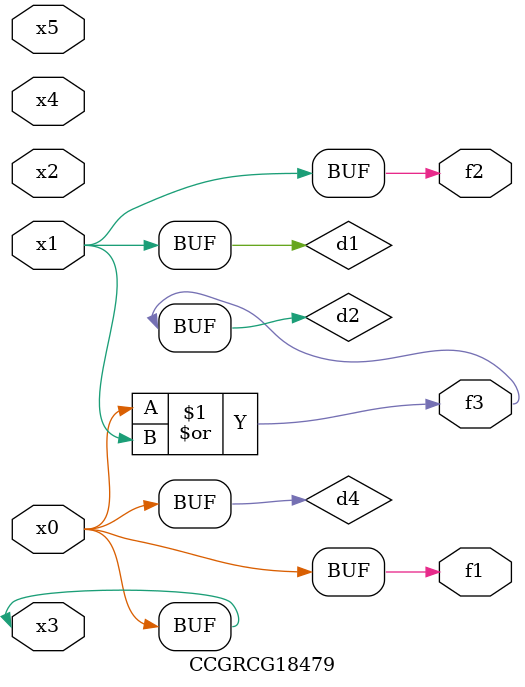
<source format=v>
module CCGRCG18479(
	input x0, x1, x2, x3, x4, x5,
	output f1, f2, f3
);

	wire d1, d2, d3, d4;

	and (d1, x1);
	or (d2, x0, x1);
	nand (d3, x0, x5);
	buf (d4, x0, x3);
	assign f1 = d4;
	assign f2 = d1;
	assign f3 = d2;
endmodule

</source>
